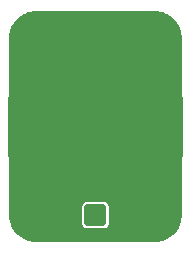
<source format=gbr>
%TF.GenerationSoftware,KiCad,Pcbnew,6.0.9+dfsg-1~bpo11+1*%
%TF.CreationDate,2022-11-06T17:12:49+01:00*%
%TF.ProjectId,amplifier,616d706c-6966-4696-9572-2e6b69636164,2*%
%TF.SameCoordinates,Original*%
%TF.FileFunction,Copper,L2,Bot*%
%TF.FilePolarity,Positive*%
%FSLAX46Y46*%
G04 Gerber Fmt 4.6, Leading zero omitted, Abs format (unit mm)*
G04 Created by KiCad (PCBNEW 6.0.9+dfsg-1~bpo11+1) date 2022-11-06 17:12:49*
%MOMM*%
%LPD*%
G01*
G04 APERTURE LIST*
G04 Aperture macros list*
%AMRoundRect*
0 Rectangle with rounded corners*
0 $1 Rounding radius*
0 $2 $3 $4 $5 $6 $7 $8 $9 X,Y pos of 4 corners*
0 Add a 4 corners polygon primitive as box body*
4,1,4,$2,$3,$4,$5,$6,$7,$8,$9,$2,$3,0*
0 Add four circle primitives for the rounded corners*
1,1,$1+$1,$2,$3*
1,1,$1+$1,$4,$5*
1,1,$1+$1,$6,$7*
1,1,$1+$1,$8,$9*
0 Add four rect primitives between the rounded corners*
20,1,$1+$1,$2,$3,$4,$5,0*
20,1,$1+$1,$4,$5,$6,$7,0*
20,1,$1+$1,$6,$7,$8,$9,0*
20,1,$1+$1,$8,$9,$2,$3,0*%
G04 Aperture macros list end*
%TA.AperFunction,ComponentPad*%
%ADD10C,3.400000*%
%TD*%
%TA.AperFunction,ComponentPad*%
%ADD11RoundRect,0.250000X-0.675000X-0.675000X0.675000X-0.675000X0.675000X0.675000X-0.675000X0.675000X0*%
%TD*%
%TA.AperFunction,ComponentPad*%
%ADD12C,0.800000*%
%TD*%
%TA.AperFunction,SMDPad,CuDef*%
%ADD13R,3.000000X5.200000*%
%TD*%
%TA.AperFunction,ViaPad*%
%ADD14C,0.800000*%
%TD*%
G04 APERTURE END LIST*
D10*
%TO.P,H1,1,1*%
%TO.N,GND*%
X125000000Y-90000000D03*
%TD*%
D11*
%TO.P,J2,1,Pin_1*%
%TO.N,Net-(C1-Pad2)*%
X130000000Y-90000000D03*
%TD*%
D12*
%TO.P,J3,2,Pin_2*%
%TO.N,GND*%
X135500000Y-84000000D03*
X136500000Y-84000000D03*
X137000000Y-81500000D03*
X135000000Y-81500000D03*
X137000000Y-83500000D03*
D13*
X136000000Y-82500000D03*
D12*
X135500000Y-81000000D03*
X136500000Y-81000000D03*
X136000000Y-81500000D03*
X135000000Y-83500000D03*
X136000000Y-83500000D03*
%TD*%
%TO.P,J1,2,Pin_2*%
%TO.N,GND*%
X124500000Y-81000000D03*
X123500000Y-81000000D03*
X123000000Y-83500000D03*
X125000000Y-83500000D03*
X123000000Y-81500000D03*
D13*
X124000000Y-82500000D03*
D12*
X124500000Y-84000000D03*
X123500000Y-84000000D03*
X124000000Y-83500000D03*
X125000000Y-81500000D03*
X124000000Y-81500000D03*
%TD*%
D10*
%TO.P,H3,1,1*%
%TO.N,GND*%
X135000000Y-75000000D03*
%TD*%
%TO.P,H4,1,1*%
%TO.N,GND*%
X135000000Y-90000000D03*
%TD*%
%TO.P,H2,1,1*%
%TO.N,GND*%
X125000000Y-75000000D03*
%TD*%
D14*
%TO.N,GND*%
X130000000Y-75000000D03*
X134500000Y-81000000D03*
X128500000Y-84000000D03*
X127500000Y-75000000D03*
X132500000Y-90000000D03*
X126500000Y-81000000D03*
X127500000Y-77500000D03*
X130000000Y-83500000D03*
X132500000Y-84000000D03*
X125000000Y-85000000D03*
X133500000Y-81000000D03*
X127500000Y-81000000D03*
X135000000Y-77500000D03*
X130000000Y-80000000D03*
X131862650Y-83496559D03*
X132500000Y-85000000D03*
X135000000Y-80000000D03*
X125500000Y-81000000D03*
X125000000Y-80000000D03*
X127500000Y-85000000D03*
X132500000Y-87500000D03*
X128500000Y-81000000D03*
X129500000Y-84000000D03*
X127500000Y-84000000D03*
X135000000Y-87500000D03*
X125000000Y-77500000D03*
X132500000Y-77500000D03*
X129500000Y-81000000D03*
X132500000Y-81000000D03*
X132500000Y-80000000D03*
X127500000Y-87500000D03*
X127500000Y-90000000D03*
X130000000Y-81500000D03*
X130000000Y-82500000D03*
X131500000Y-81000000D03*
X133500000Y-84000000D03*
X132500000Y-75000000D03*
X135000000Y-85000000D03*
X127500000Y-80000000D03*
X130500000Y-81000000D03*
X134500000Y-84000000D03*
X126500000Y-84000000D03*
X125500000Y-84000000D03*
X125000000Y-87500000D03*
%TD*%
%TA.AperFunction,Conductor*%
%TO.N,GND*%
G36*
X134988169Y-72703018D02*
G01*
X134999641Y-72705656D01*
X135010517Y-72703195D01*
X135021664Y-72703214D01*
X135021664Y-72703243D01*
X135031772Y-72702422D01*
X135161986Y-72710298D01*
X135271204Y-72716905D01*
X135283056Y-72718344D01*
X135544422Y-72766241D01*
X135556015Y-72769098D01*
X135762244Y-72833361D01*
X135809695Y-72848148D01*
X135820873Y-72852387D01*
X136063170Y-72961436D01*
X136073756Y-72966992D01*
X136301142Y-73104452D01*
X136310980Y-73111243D01*
X136520132Y-73275103D01*
X136529081Y-73283030D01*
X136716970Y-73470919D01*
X136724897Y-73479868D01*
X136888757Y-73689020D01*
X136895548Y-73698858D01*
X137033008Y-73926244D01*
X137038564Y-73936830D01*
X137147613Y-74179127D01*
X137151852Y-74190305D01*
X137230900Y-74443977D01*
X137233759Y-74455578D01*
X137281655Y-74716936D01*
X137283096Y-74728803D01*
X137297547Y-74967712D01*
X137296724Y-74977628D01*
X137296862Y-74977628D01*
X137296842Y-74988776D01*
X137294344Y-74999641D01*
X137296804Y-75010513D01*
X137297059Y-75011638D01*
X137299500Y-75033488D01*
X137299500Y-89965983D01*
X137296982Y-89988169D01*
X137294344Y-89999641D01*
X137296805Y-90010517D01*
X137296786Y-90021664D01*
X137296757Y-90021664D01*
X137297578Y-90031772D01*
X137283096Y-90271197D01*
X137281656Y-90283056D01*
X137233761Y-90544415D01*
X137230902Y-90556015D01*
X137176329Y-90731145D01*
X137151852Y-90809695D01*
X137147613Y-90820873D01*
X137038564Y-91063170D01*
X137033009Y-91073754D01*
X136972681Y-91173549D01*
X136895548Y-91301142D01*
X136888757Y-91310980D01*
X136724897Y-91520132D01*
X136716970Y-91529081D01*
X136529081Y-91716970D01*
X136520132Y-91724897D01*
X136310980Y-91888757D01*
X136301142Y-91895548D01*
X136073756Y-92033008D01*
X136063170Y-92038564D01*
X135820873Y-92147613D01*
X135809695Y-92151852D01*
X135556015Y-92230902D01*
X135544422Y-92233759D01*
X135283056Y-92281656D01*
X135271204Y-92283095D01*
X135032288Y-92297547D01*
X135022372Y-92296724D01*
X135022372Y-92296862D01*
X135011224Y-92296842D01*
X135000359Y-92294344D01*
X134988359Y-92297059D01*
X134966512Y-92299500D01*
X125034017Y-92299500D01*
X125011831Y-92296982D01*
X125011801Y-92296975D01*
X125000359Y-92294344D01*
X124989483Y-92296805D01*
X124978336Y-92296786D01*
X124978336Y-92296757D01*
X124968228Y-92297578D01*
X124838014Y-92289702D01*
X124728796Y-92283095D01*
X124716944Y-92281656D01*
X124455578Y-92233759D01*
X124443985Y-92230902D01*
X124190305Y-92151852D01*
X124179127Y-92147613D01*
X123936830Y-92038564D01*
X123926244Y-92033008D01*
X123698858Y-91895548D01*
X123689020Y-91888757D01*
X123479868Y-91724897D01*
X123470919Y-91716970D01*
X123283030Y-91529081D01*
X123275103Y-91520132D01*
X123111243Y-91310980D01*
X123104452Y-91301142D01*
X123027319Y-91173549D01*
X122966991Y-91073754D01*
X122961436Y-91063170D01*
X122852387Y-90820873D01*
X122848148Y-90809695D01*
X122823671Y-90731145D01*
X122822951Y-90728834D01*
X128874500Y-90728834D01*
X128877481Y-90760369D01*
X128922366Y-90888184D01*
X129002850Y-90997150D01*
X129111816Y-91077634D01*
X129239631Y-91122519D01*
X129245638Y-91123087D01*
X129245639Y-91123087D01*
X129268855Y-91125282D01*
X129268865Y-91125282D01*
X129271166Y-91125500D01*
X130728834Y-91125500D01*
X130731135Y-91125282D01*
X130731145Y-91125282D01*
X130754361Y-91123087D01*
X130754362Y-91123087D01*
X130760369Y-91122519D01*
X130888184Y-91077634D01*
X130997150Y-90997150D01*
X131077634Y-90888184D01*
X131122519Y-90760369D01*
X131125500Y-90728834D01*
X131125500Y-89271166D01*
X131122519Y-89239631D01*
X131077634Y-89111816D01*
X130997150Y-89002850D01*
X130888184Y-88922366D01*
X130760369Y-88877481D01*
X130754362Y-88876913D01*
X130754361Y-88876913D01*
X130731145Y-88874718D01*
X130731135Y-88874718D01*
X130728834Y-88874500D01*
X129271166Y-88874500D01*
X129268865Y-88874718D01*
X129268855Y-88874718D01*
X129245639Y-88876913D01*
X129245638Y-88876913D01*
X129239631Y-88877481D01*
X129111816Y-88922366D01*
X129002850Y-89002850D01*
X128922366Y-89111816D01*
X128877481Y-89239631D01*
X128874500Y-89271166D01*
X128874500Y-90728834D01*
X122822951Y-90728834D01*
X122769098Y-90556015D01*
X122766239Y-90544415D01*
X122718344Y-90283056D01*
X122716904Y-90271197D01*
X122702469Y-90032548D01*
X122704207Y-90011810D01*
X122703747Y-90011757D01*
X122704389Y-90006179D01*
X122705655Y-90000718D01*
X122705656Y-90000000D01*
X122704412Y-89994545D01*
X122702980Y-89988266D01*
X122700500Y-89966248D01*
X122700500Y-75034281D01*
X122703057Y-75011926D01*
X122703141Y-75011565D01*
X122705655Y-75000718D01*
X122705656Y-75000000D01*
X122704413Y-74994549D01*
X122703791Y-74988995D01*
X122704159Y-74988954D01*
X122702438Y-74967973D01*
X122716904Y-74728804D01*
X122718345Y-74716936D01*
X122766241Y-74455578D01*
X122769100Y-74443977D01*
X122848148Y-74190305D01*
X122852387Y-74179127D01*
X122961436Y-73936830D01*
X122966992Y-73926244D01*
X123104452Y-73698858D01*
X123111243Y-73689020D01*
X123275103Y-73479868D01*
X123283030Y-73470919D01*
X123470919Y-73283030D01*
X123479868Y-73275103D01*
X123689020Y-73111243D01*
X123698858Y-73104452D01*
X123926244Y-72966992D01*
X123936830Y-72961436D01*
X124179127Y-72852387D01*
X124190305Y-72848148D01*
X124237756Y-72833361D01*
X124443985Y-72769098D01*
X124455578Y-72766241D01*
X124716944Y-72718344D01*
X124728796Y-72716905D01*
X124967712Y-72702453D01*
X124977628Y-72703276D01*
X124977628Y-72703138D01*
X124988776Y-72703158D01*
X124999641Y-72705656D01*
X125011641Y-72702941D01*
X125033488Y-72700500D01*
X134965983Y-72700500D01*
X134988169Y-72703018D01*
G37*
%TD.AperFunction*%
%TD*%
M02*

</source>
